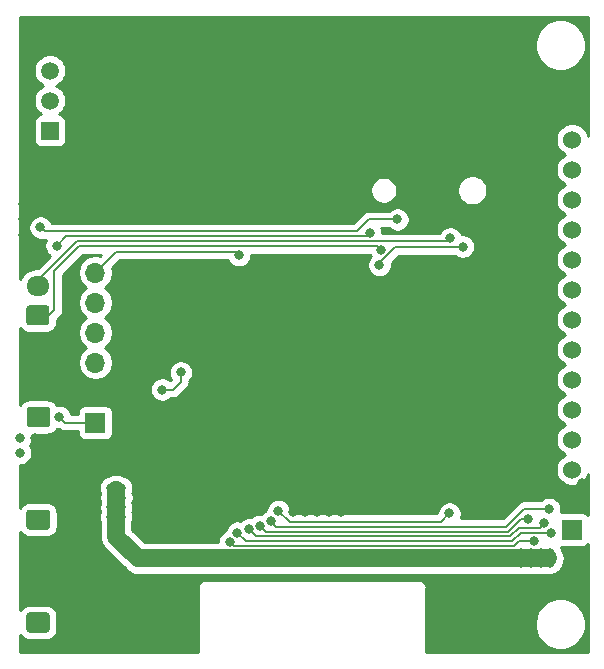
<source format=gbr>
%TF.GenerationSoftware,KiCad,Pcbnew,5.1.6-c6e7f7d~87~ubuntu20.04.1*%
%TF.CreationDate,2021-01-31T19:29:29+07:00*%
%TF.ProjectId,kh-gift-hw,6b682d67-6966-4742-9d68-772e6b696361,rev?*%
%TF.SameCoordinates,Original*%
%TF.FileFunction,Copper,L2,Bot*%
%TF.FilePolarity,Positive*%
%FSLAX46Y46*%
G04 Gerber Fmt 4.6, Leading zero omitted, Abs format (unit mm)*
G04 Created by KiCad (PCBNEW 5.1.6-c6e7f7d~87~ubuntu20.04.1) date 2021-01-31 19:29:29*
%MOMM*%
%LPD*%
G01*
G04 APERTURE LIST*
%TA.AperFunction,ComponentPad*%
%ADD10C,1.524000*%
%TD*%
%TA.AperFunction,ComponentPad*%
%ADD11R,1.700000X1.700000*%
%TD*%
%TA.AperFunction,ComponentPad*%
%ADD12C,1.500000*%
%TD*%
%TA.AperFunction,ComponentPad*%
%ADD13R,1.500000X1.500000*%
%TD*%
%TA.AperFunction,ComponentPad*%
%ADD14C,0.800000*%
%TD*%
%TA.AperFunction,ComponentPad*%
%ADD15O,2.000000X1.700000*%
%TD*%
%TA.AperFunction,ComponentPad*%
%ADD16O,1.950000X1.700000*%
%TD*%
%TA.AperFunction,ComponentPad*%
%ADD17O,1.700000X1.700000*%
%TD*%
%TA.AperFunction,ViaPad*%
%ADD18C,0.800000*%
%TD*%
%TA.AperFunction,Conductor*%
%ADD19C,0.200000*%
%TD*%
%TA.AperFunction,Conductor*%
%ADD20C,1.500000*%
%TD*%
%TA.AperFunction,Conductor*%
%ADD21C,0.254000*%
%TD*%
G04 APERTURE END LIST*
D10*
%TO.P,J4,14*%
%TO.N,N/C*%
X117233900Y-128415680D03*
%TO.P,J4,13*%
X117233900Y-130955680D03*
%TO.P,J4,12*%
X117233900Y-133495680D03*
%TO.P,J4,11*%
X117233900Y-136035680D03*
%TO.P,J4,10*%
X117233900Y-138575680D03*
%TO.P,J4,9*%
%TO.N,LCD_MISO*%
X117233900Y-141115680D03*
%TO.P,J4,8*%
%TO.N,Net-(J3-Pad2)*%
X117233900Y-143655680D03*
%TO.P,J4,7*%
%TO.N,LCD_CLK*%
X117233900Y-146195680D03*
%TO.P,J4,6*%
%TO.N,LCD_MOSI*%
X117233900Y-148735680D03*
%TO.P,J4,5*%
%TO.N,LCD_DC*%
X117233900Y-151275680D03*
%TO.P,J4,4*%
%TO.N,LCD_RST*%
X117233900Y-153815680D03*
%TO.P,J4,3*%
%TO.N,LCD_CS*%
X117233900Y-156355680D03*
%TO.P,J4,2*%
%TO.N,GND*%
X117233900Y-158895680D03*
D11*
%TO.P,J4,1*%
%TO.N,+3V3*%
X117233900Y-161435680D03*
%TD*%
D12*
%TO.P,U3,4*%
%TO.N,GND*%
X73030000Y-120040000D03*
%TO.P,U3,3*%
%TO.N,N/C*%
X73030000Y-122580000D03*
%TO.P,U3,2*%
%TO.N,DHT*%
X73030000Y-125120000D03*
D13*
%TO.P,U3,1*%
%TO.N,+3V3*%
X73030000Y-127660000D03*
%TD*%
D14*
%TO.P,U1,39*%
%TO.N,GND*%
X97637300Y-159912460D03*
X97637300Y-158912460D03*
X97637300Y-157912460D03*
X97637300Y-156912460D03*
X97637300Y-155912460D03*
X96637300Y-155912460D03*
X96637300Y-156912460D03*
X96637300Y-157912460D03*
X96637300Y-158912460D03*
X96637300Y-159912460D03*
X94637300Y-159912460D03*
X94637300Y-158912460D03*
X94637300Y-157912460D03*
X94637300Y-156912460D03*
X94637300Y-155912460D03*
X95637300Y-155912460D03*
X95637300Y-156912460D03*
X95637300Y-157912460D03*
X95637300Y-158912460D03*
X95637300Y-159912460D03*
X93637300Y-155912460D03*
X93637300Y-156912460D03*
X93637300Y-157912460D03*
X93637300Y-158912460D03*
X93637300Y-159912460D03*
%TD*%
D15*
%TO.P,SW2,2*%
%TO.N,GND*%
X72040000Y-158090000D03*
%TO.P,SW2,1*%
%TO.N,FLASH_EN*%
%TA.AperFunction,ComponentPad*%
G36*
G01*
X72790000Y-161440000D02*
X71290000Y-161440000D01*
G75*
G02*
X71040000Y-161190000I0J250000D01*
G01*
X71040000Y-159990000D01*
G75*
G02*
X71290000Y-159740000I250000J0D01*
G01*
X72790000Y-159740000D01*
G75*
G02*
X73040000Y-159990000I0J-250000D01*
G01*
X73040000Y-161190000D01*
G75*
G02*
X72790000Y-161440000I-250000J0D01*
G01*
G37*
%TD.AperFunction*%
%TD*%
%TO.P,SW1,2*%
%TO.N,GND*%
X72050000Y-149400000D03*
%TO.P,SW1,1*%
%TO.N,BUTTON*%
%TA.AperFunction,ComponentPad*%
G36*
G01*
X72800000Y-152750000D02*
X71300000Y-152750000D01*
G75*
G02*
X71050000Y-152500000I0J250000D01*
G01*
X71050000Y-151300000D01*
G75*
G02*
X71300000Y-151050000I250000J0D01*
G01*
X72800000Y-151050000D01*
G75*
G02*
X73050000Y-151300000I0J-250000D01*
G01*
X73050000Y-152500000D01*
G75*
G02*
X72800000Y-152750000I-250000J0D01*
G01*
G37*
%TD.AperFunction*%
%TD*%
D16*
%TO.P,J3,3*%
%TO.N,GND*%
X71998840Y-138296640D03*
%TO.P,J3,2*%
%TO.N,Net-(J3-Pad2)*%
X71998840Y-140796640D03*
%TO.P,J3,1*%
%TO.N,LCD_BCKL*%
%TA.AperFunction,ComponentPad*%
G36*
G01*
X72723840Y-144146640D02*
X71273840Y-144146640D01*
G75*
G02*
X71023840Y-143896640I0J250000D01*
G01*
X71023840Y-142696640D01*
G75*
G02*
X71273840Y-142446640I250000J0D01*
G01*
X72723840Y-142446640D01*
G75*
G02*
X72973840Y-142696640I0J-250000D01*
G01*
X72973840Y-143896640D01*
G75*
G02*
X72723840Y-144146640I-250000J0D01*
G01*
G37*
%TD.AperFunction*%
%TD*%
D17*
%TO.P,J2,6*%
%TO.N,FLASH_EN*%
X76880000Y-139670000D03*
%TO.P,J2,5*%
%TO.N,FLASH_IO0*%
X76880000Y-142210000D03*
%TO.P,J2,4*%
%TO.N,FLASH_U0RX*%
X76880000Y-144750000D03*
%TO.P,J2,3*%
%TO.N,FLASH_U0TX*%
X76880000Y-147290000D03*
%TO.P,J2,2*%
%TO.N,GND*%
X76880000Y-149830000D03*
D11*
%TO.P,J2,1*%
%TO.N,+3V3*%
X76880000Y-152370000D03*
%TD*%
D15*
%TO.P,J1,2*%
%TO.N,GND*%
X72020000Y-166800000D03*
%TO.P,J1,1*%
%TO.N,+5V*%
%TA.AperFunction,ComponentPad*%
G36*
G01*
X72770000Y-170150000D02*
X71270000Y-170150000D01*
G75*
G02*
X71020000Y-169900000I0J250000D01*
G01*
X71020000Y-168700000D01*
G75*
G02*
X71270000Y-168450000I250000J0D01*
G01*
X72770000Y-168450000D01*
G75*
G02*
X73020000Y-168700000I0J-250000D01*
G01*
X73020000Y-169900000D01*
G75*
G02*
X72770000Y-170150000I-250000J0D01*
G01*
G37*
%TD.AperFunction*%
%TD*%
D18*
%TO.N,*%
X70485000Y-153670000D03*
X70487540Y-154945080D03*
%TO.N,GND*%
X73660000Y-167005000D03*
X74930000Y-167005000D03*
X74930000Y-165735000D03*
X73660000Y-165735000D03*
X76200000Y-167005000D03*
X76200000Y-165735000D03*
X76200000Y-164465000D03*
X74930000Y-164465000D03*
X73660000Y-164465000D03*
X76835000Y-160020000D03*
X76835000Y-158750000D03*
X76835000Y-157480000D03*
X75565000Y-157480000D03*
X75565000Y-158750000D03*
X75565000Y-160020000D03*
X74295000Y-160020000D03*
X74295000Y-158750000D03*
X74295000Y-157480000D03*
X85090000Y-166370000D03*
X83820000Y-166370000D03*
X82550000Y-166370000D03*
X82550000Y-167640000D03*
X83820000Y-167640000D03*
X85090000Y-167640000D03*
X85090000Y-168910000D03*
X83820000Y-168910000D03*
X82550000Y-168910000D03*
X81280000Y-154940000D03*
X82232500Y-154945080D03*
X71755000Y-153670000D03*
X78105000Y-149225000D03*
X78105000Y-150495000D03*
X71295260Y-147497800D03*
X72565260Y-147497800D03*
X70764400Y-133883400D03*
X70764400Y-135153400D03*
X74295000Y-119380000D03*
X74295000Y-120650000D03*
X75565000Y-120650000D03*
X75565000Y-119380000D03*
X82550000Y-127635000D03*
X83820000Y-127635000D03*
X94615000Y-131445000D03*
X94615000Y-132715000D03*
X94615000Y-133985000D03*
X107950000Y-168275000D03*
X109220000Y-168275000D03*
X110490000Y-168275000D03*
X107950000Y-169545000D03*
X109220000Y-169545000D03*
X110490000Y-169545000D03*
X107950000Y-170815000D03*
X109220000Y-170815000D03*
X110490000Y-170815000D03*
X118110000Y-157480000D03*
X111760000Y-156210000D03*
X111760000Y-157480000D03*
X111760000Y-158750000D03*
X113665000Y-152400000D03*
X113665000Y-153670000D03*
X106680000Y-146685000D03*
X106680000Y-147955000D03*
X107950000Y-147955000D03*
X109220000Y-147955000D03*
X107315000Y-140335000D03*
X108585000Y-140335000D03*
X70787260Y-136476740D03*
%TO.N,+3V3*%
X79060000Y-157910000D03*
X78220000Y-157910000D03*
X79070000Y-158730000D03*
X78250000Y-158720000D03*
X79050000Y-159530000D03*
X78230000Y-159530000D03*
X79040000Y-160340000D03*
X78220000Y-160340000D03*
X115390000Y-164240000D03*
X115400000Y-163420000D03*
X112950000Y-163440000D03*
X112940000Y-164260000D03*
X113770000Y-163430000D03*
X113760000Y-164250000D03*
X114590000Y-163420000D03*
X114580000Y-164240000D03*
X73810000Y-151880000D03*
%TO.N,BUTTON*%
X100120000Y-136325370D03*
X73602198Y-137412198D03*
%TO.N,FLASH_EN*%
X106850000Y-160060000D03*
X92380000Y-159840000D03*
X89034620Y-138203940D03*
%TO.N,FLASH_IO0*%
X84111256Y-148131258D03*
X82536471Y-149580689D03*
%TO.N,LCD_BCKL*%
X101049138Y-137729278D03*
%TO.N,Net-(J3-Pad2)*%
X106923840Y-136784080D03*
%TO.N,LCD_MISO*%
X107990000Y-137480000D03*
X100929440Y-139031980D03*
%TO.N,LCD_CLK*%
X113480000Y-160559978D03*
X90823689Y-161126540D03*
%TO.N,LCD_MOSI*%
X114010000Y-162410000D03*
X88283165Y-162506340D03*
%TO.N,LCD_DC*%
X114890010Y-160860002D03*
X89866552Y-161416218D03*
%TO.N,LCD_RST*%
X115290021Y-159690000D03*
X91746551Y-160741380D03*
%TO.N,LCD_CS*%
X115452119Y-161687080D03*
X88904955Y-161690727D03*
%TO.N,DHT*%
X72230737Y-135843296D03*
X102450000Y-135170000D03*
%TD*%
D19*
%TO.N,+3V3*%
X74300000Y-152370000D02*
X76880000Y-152370000D01*
X73810000Y-151880000D02*
X74300000Y-152370000D01*
D20*
X78625700Y-162018980D02*
X78625700Y-158107380D01*
X78656180Y-162049460D02*
X78625700Y-162018980D01*
X80470000Y-163880000D02*
X78640000Y-162050000D01*
X115202500Y-163880000D02*
X80470000Y-163880000D01*
X115209320Y-163873180D02*
X115202500Y-163880000D01*
D19*
%TO.N,BUTTON*%
X74399466Y-136614930D02*
X73602198Y-137412198D01*
X100120000Y-136325370D02*
X99830440Y-136614930D01*
X99830440Y-136614930D02*
X74399466Y-136614930D01*
%TO.N,FLASH_EN*%
X106850000Y-160060000D02*
X106110055Y-160799945D01*
X106110055Y-160799945D02*
X93339945Y-160799945D01*
X93339945Y-160799945D02*
X92380000Y-159840000D01*
X88724740Y-137894060D02*
X89034620Y-138203940D01*
X78655940Y-137894060D02*
X88724740Y-137894060D01*
X76880000Y-139670000D02*
X78655940Y-137894060D01*
%TO.N,FLASH_IO0*%
X84111256Y-148918744D02*
X84111256Y-148131258D01*
X83449311Y-149580689D02*
X84111256Y-148918744D01*
X82536471Y-149580689D02*
X83449311Y-149580689D01*
%TO.N,LCD_BCKL*%
X100754549Y-137434689D02*
X101049138Y-137729278D01*
X75521451Y-137434689D02*
X100754549Y-137434689D01*
X73413620Y-139542520D02*
X75521451Y-137434689D01*
X72973840Y-143296640D02*
X73413620Y-142856860D01*
X71998840Y-143296640D02*
X72973840Y-143296640D01*
X73413620Y-142856860D02*
X73413620Y-139542520D01*
%TO.N,Net-(J3-Pad2)*%
X72050000Y-140710000D02*
X72050000Y-140304160D01*
X72050000Y-140304160D02*
X75328780Y-137025380D01*
X75328780Y-137025380D02*
X106682540Y-137025380D01*
X106682540Y-137025380D02*
X106923840Y-136784080D01*
%TO.N,LCD_MISO*%
X100929440Y-138838940D02*
X100929440Y-139031980D01*
X102268020Y-137500360D02*
X100929440Y-138838940D01*
X107990000Y-137480000D02*
X107969640Y-137500360D01*
X107969640Y-137500360D02*
X102268020Y-137500360D01*
%TO.N,LCD_CLK*%
X111845733Y-161599967D02*
X91297116Y-161599967D01*
X91297116Y-161599967D02*
X90823689Y-161126540D01*
X113480000Y-160559978D02*
X112885722Y-160559978D01*
X112885722Y-160559978D02*
X111845733Y-161599967D01*
%TO.N,LCD_MOSI*%
X88606814Y-162829989D02*
X88283165Y-162506340D01*
X112350011Y-162829989D02*
X88606814Y-162829989D01*
X112770000Y-162410000D02*
X112350011Y-162829989D01*
X114010000Y-162410000D02*
X112770000Y-162410000D01*
%TO.N,LCD_DC*%
X90450312Y-161999978D02*
X89866552Y-161416218D01*
X112751399Y-161260001D02*
X112011422Y-161999978D01*
X114490011Y-161260001D02*
X112751399Y-161260001D01*
X112011422Y-161999978D02*
X90450312Y-161999978D01*
X114890010Y-160860002D02*
X114490011Y-161260001D01*
%TO.N,LCD_RST*%
X113190000Y-159690000D02*
X111680044Y-161199956D01*
X92205127Y-161199956D02*
X91746551Y-160741380D01*
X111680044Y-161199956D02*
X92205127Y-161199956D01*
X115290021Y-159690000D02*
X113190000Y-159690000D01*
%TO.N,LCD_CS*%
X89614217Y-162399989D02*
X88904955Y-161690727D01*
X112177111Y-162399989D02*
X89614217Y-162399989D01*
X112890020Y-161687080D02*
X112177111Y-162399989D01*
X115452119Y-161687080D02*
X112890020Y-161687080D01*
%TO.N,DHT*%
X100026380Y-135170000D02*
X102450000Y-135170000D01*
X99006380Y-136190000D02*
X100026380Y-135170000D01*
X72577441Y-136190000D02*
X99006380Y-136190000D01*
X72230737Y-135843296D02*
X72577441Y-136190000D01*
%TD*%
D21*
%TO.N,GND*%
G36*
X118590000Y-128072471D02*
G01*
X118577214Y-128008190D01*
X118471905Y-127753953D01*
X118319020Y-127525145D01*
X118124435Y-127330560D01*
X117895627Y-127177675D01*
X117641390Y-127072366D01*
X117371492Y-127018680D01*
X117096308Y-127018680D01*
X116826410Y-127072366D01*
X116572173Y-127177675D01*
X116343365Y-127330560D01*
X116148780Y-127525145D01*
X115995895Y-127753953D01*
X115890586Y-128008190D01*
X115836900Y-128278088D01*
X115836900Y-128553272D01*
X115890586Y-128823170D01*
X115995895Y-129077407D01*
X116148780Y-129306215D01*
X116343365Y-129500800D01*
X116572173Y-129653685D01*
X116649415Y-129685680D01*
X116572173Y-129717675D01*
X116343365Y-129870560D01*
X116148780Y-130065145D01*
X115995895Y-130293953D01*
X115890586Y-130548190D01*
X115836900Y-130818088D01*
X115836900Y-131093272D01*
X115890586Y-131363170D01*
X115995895Y-131617407D01*
X116148780Y-131846215D01*
X116343365Y-132040800D01*
X116572173Y-132193685D01*
X116649415Y-132225680D01*
X116572173Y-132257675D01*
X116343365Y-132410560D01*
X116148780Y-132605145D01*
X115995895Y-132833953D01*
X115890586Y-133088190D01*
X115836900Y-133358088D01*
X115836900Y-133633272D01*
X115890586Y-133903170D01*
X115995895Y-134157407D01*
X116148780Y-134386215D01*
X116343365Y-134580800D01*
X116572173Y-134733685D01*
X116649415Y-134765680D01*
X116572173Y-134797675D01*
X116343365Y-134950560D01*
X116148780Y-135145145D01*
X115995895Y-135373953D01*
X115890586Y-135628190D01*
X115836900Y-135898088D01*
X115836900Y-136173272D01*
X115890586Y-136443170D01*
X115995895Y-136697407D01*
X116148780Y-136926215D01*
X116343365Y-137120800D01*
X116572173Y-137273685D01*
X116649415Y-137305680D01*
X116572173Y-137337675D01*
X116343365Y-137490560D01*
X116148780Y-137685145D01*
X115995895Y-137913953D01*
X115890586Y-138168190D01*
X115836900Y-138438088D01*
X115836900Y-138713272D01*
X115890586Y-138983170D01*
X115995895Y-139237407D01*
X116148780Y-139466215D01*
X116343365Y-139660800D01*
X116572173Y-139813685D01*
X116649415Y-139845680D01*
X116572173Y-139877675D01*
X116343365Y-140030560D01*
X116148780Y-140225145D01*
X115995895Y-140453953D01*
X115890586Y-140708190D01*
X115836900Y-140978088D01*
X115836900Y-141253272D01*
X115890586Y-141523170D01*
X115995895Y-141777407D01*
X116148780Y-142006215D01*
X116343365Y-142200800D01*
X116572173Y-142353685D01*
X116649415Y-142385680D01*
X116572173Y-142417675D01*
X116343365Y-142570560D01*
X116148780Y-142765145D01*
X115995895Y-142993953D01*
X115890586Y-143248190D01*
X115836900Y-143518088D01*
X115836900Y-143793272D01*
X115890586Y-144063170D01*
X115995895Y-144317407D01*
X116148780Y-144546215D01*
X116343365Y-144740800D01*
X116572173Y-144893685D01*
X116649415Y-144925680D01*
X116572173Y-144957675D01*
X116343365Y-145110560D01*
X116148780Y-145305145D01*
X115995895Y-145533953D01*
X115890586Y-145788190D01*
X115836900Y-146058088D01*
X115836900Y-146333272D01*
X115890586Y-146603170D01*
X115995895Y-146857407D01*
X116148780Y-147086215D01*
X116343365Y-147280800D01*
X116572173Y-147433685D01*
X116649415Y-147465680D01*
X116572173Y-147497675D01*
X116343365Y-147650560D01*
X116148780Y-147845145D01*
X115995895Y-148073953D01*
X115890586Y-148328190D01*
X115836900Y-148598088D01*
X115836900Y-148873272D01*
X115890586Y-149143170D01*
X115995895Y-149397407D01*
X116148780Y-149626215D01*
X116343365Y-149820800D01*
X116572173Y-149973685D01*
X116649415Y-150005680D01*
X116572173Y-150037675D01*
X116343365Y-150190560D01*
X116148780Y-150385145D01*
X115995895Y-150613953D01*
X115890586Y-150868190D01*
X115836900Y-151138088D01*
X115836900Y-151413272D01*
X115890586Y-151683170D01*
X115995895Y-151937407D01*
X116148780Y-152166215D01*
X116343365Y-152360800D01*
X116572173Y-152513685D01*
X116649415Y-152545680D01*
X116572173Y-152577675D01*
X116343365Y-152730560D01*
X116148780Y-152925145D01*
X115995895Y-153153953D01*
X115890586Y-153408190D01*
X115836900Y-153678088D01*
X115836900Y-153953272D01*
X115890586Y-154223170D01*
X115995895Y-154477407D01*
X116148780Y-154706215D01*
X116343365Y-154900800D01*
X116572173Y-155053685D01*
X116649415Y-155085680D01*
X116572173Y-155117675D01*
X116343365Y-155270560D01*
X116148780Y-155465145D01*
X115995895Y-155693953D01*
X115890586Y-155948190D01*
X115836900Y-156218088D01*
X115836900Y-156493272D01*
X115890586Y-156763170D01*
X115995895Y-157017407D01*
X116148780Y-157246215D01*
X116343365Y-157440800D01*
X116572173Y-157593685D01*
X116826410Y-157698994D01*
X117096308Y-157752680D01*
X117371492Y-157752680D01*
X117641390Y-157698994D01*
X117895627Y-157593685D01*
X118124435Y-157440800D01*
X118319020Y-157246215D01*
X118471905Y-157017407D01*
X118577214Y-156763170D01*
X118590001Y-156698887D01*
X118590001Y-160201410D01*
X118535085Y-160134495D01*
X118438394Y-160055143D01*
X118328080Y-159996178D01*
X118208382Y-159959868D01*
X118083900Y-159947608D01*
X116383900Y-159947608D01*
X116292262Y-159956633D01*
X116325021Y-159791939D01*
X116325021Y-159588061D01*
X116285247Y-159388102D01*
X116207226Y-159199744D01*
X116093958Y-159030226D01*
X115949795Y-158886063D01*
X115780277Y-158772795D01*
X115591919Y-158694774D01*
X115391960Y-158655000D01*
X115188082Y-158655000D01*
X114988123Y-158694774D01*
X114799765Y-158772795D01*
X114630247Y-158886063D01*
X114561310Y-158955000D01*
X113226094Y-158955000D01*
X113189999Y-158951445D01*
X113153904Y-158955000D01*
X113153895Y-158955000D01*
X113045915Y-158965635D01*
X112907367Y-159007663D01*
X112779680Y-159075913D01*
X112667762Y-159167762D01*
X112644746Y-159195807D01*
X111375598Y-160464956D01*
X107802538Y-160464956D01*
X107845226Y-160361898D01*
X107885000Y-160161939D01*
X107885000Y-159958061D01*
X107845226Y-159758102D01*
X107767205Y-159569744D01*
X107653937Y-159400226D01*
X107509774Y-159256063D01*
X107340256Y-159142795D01*
X107151898Y-159064774D01*
X106951939Y-159025000D01*
X106748061Y-159025000D01*
X106548102Y-159064774D01*
X106359744Y-159142795D01*
X106190226Y-159256063D01*
X106046063Y-159400226D01*
X105932795Y-159569744D01*
X105854774Y-159758102D01*
X105815000Y-159958061D01*
X105815000Y-160055554D01*
X105805609Y-160064945D01*
X93644392Y-160064945D01*
X93415000Y-159835553D01*
X93415000Y-159738061D01*
X93375226Y-159538102D01*
X93297205Y-159349744D01*
X93183937Y-159180226D01*
X93039774Y-159036063D01*
X92870256Y-158922795D01*
X92681898Y-158844774D01*
X92481939Y-158805000D01*
X92278061Y-158805000D01*
X92078102Y-158844774D01*
X91889744Y-158922795D01*
X91720226Y-159036063D01*
X91576063Y-159180226D01*
X91462795Y-159349744D01*
X91384774Y-159538102D01*
X91345000Y-159738061D01*
X91345000Y-159787432D01*
X91256295Y-159824175D01*
X91086777Y-159937443D01*
X90942614Y-160081606D01*
X90934762Y-160093357D01*
X90925628Y-160091540D01*
X90721750Y-160091540D01*
X90521791Y-160131314D01*
X90333433Y-160209335D01*
X90163915Y-160322603D01*
X90082602Y-160403916D01*
X89968491Y-160381218D01*
X89764613Y-160381218D01*
X89564654Y-160420992D01*
X89376296Y-160499013D01*
X89206778Y-160612281D01*
X89137377Y-160681682D01*
X89006894Y-160655727D01*
X88803016Y-160655727D01*
X88603057Y-160695501D01*
X88414699Y-160773522D01*
X88245181Y-160886790D01*
X88101018Y-161030953D01*
X87987750Y-161200471D01*
X87909729Y-161388829D01*
X87876798Y-161554387D01*
X87792909Y-161589135D01*
X87623391Y-161702403D01*
X87479228Y-161846566D01*
X87365960Y-162016084D01*
X87287939Y-162204442D01*
X87248165Y-162404401D01*
X87248165Y-162495000D01*
X81043686Y-162495000D01*
X80010700Y-161462015D01*
X80010700Y-160701109D01*
X80035226Y-160641898D01*
X80075000Y-160441939D01*
X80075000Y-160238061D01*
X80035226Y-160038102D01*
X80010700Y-159978891D01*
X80010700Y-159915251D01*
X80045226Y-159831898D01*
X80085000Y-159631939D01*
X80085000Y-159428061D01*
X80045226Y-159228102D01*
X80014591Y-159154142D01*
X80065226Y-159031898D01*
X80105000Y-158831939D01*
X80105000Y-158628061D01*
X80065226Y-158428102D01*
X80015448Y-158307929D01*
X80055226Y-158211898D01*
X80095000Y-158011939D01*
X80095000Y-157808061D01*
X80055226Y-157608102D01*
X79977205Y-157419744D01*
X79863937Y-157250226D01*
X79719774Y-157106063D01*
X79550256Y-156992795D01*
X79361898Y-156914774D01*
X79315183Y-156905482D01*
X79158281Y-156821616D01*
X78897207Y-156742420D01*
X78625700Y-156715679D01*
X78354194Y-156742420D01*
X78093120Y-156821616D01*
X77919267Y-156914542D01*
X77918102Y-156914774D01*
X77729744Y-156992795D01*
X77560226Y-157106063D01*
X77416063Y-157250226D01*
X77302795Y-157419744D01*
X77224774Y-157608102D01*
X77185000Y-157808061D01*
X77185000Y-158011939D01*
X77224774Y-158211898D01*
X77240701Y-158250349D01*
X77240701Y-158488853D01*
X77215000Y-158618061D01*
X77215000Y-158821939D01*
X77240701Y-158951147D01*
X77240701Y-159213794D01*
X77234774Y-159228102D01*
X77195000Y-159428061D01*
X77195000Y-159631939D01*
X77234774Y-159831898D01*
X77240701Y-159846206D01*
X77240701Y-159999652D01*
X77224774Y-160038102D01*
X77185000Y-160238061D01*
X77185000Y-160441939D01*
X77224774Y-160641898D01*
X77240700Y-160680347D01*
X77240700Y-161950951D01*
X77234000Y-162018980D01*
X77240700Y-162087009D01*
X77240700Y-162087016D01*
X77252746Y-162209318D01*
X77260740Y-162290487D01*
X77318677Y-162481480D01*
X77339936Y-162551560D01*
X77351243Y-162572715D01*
X77354236Y-162582580D01*
X77482844Y-162823188D01*
X77612548Y-162981233D01*
X79442550Y-164811236D01*
X79485919Y-164864081D01*
X79538764Y-164907450D01*
X79538766Y-164907452D01*
X79696811Y-165037156D01*
X79696812Y-165037157D01*
X79937419Y-165165764D01*
X80198493Y-165244960D01*
X80401963Y-165265000D01*
X80401971Y-165265000D01*
X80470000Y-165271700D01*
X80538029Y-165265000D01*
X112687240Y-165265000D01*
X112838061Y-165295000D01*
X113041939Y-165295000D01*
X113192760Y-165265000D01*
X113557513Y-165265000D01*
X113658061Y-165285000D01*
X113861939Y-165285000D01*
X113962487Y-165265000D01*
X114427787Y-165265000D01*
X114478061Y-165275000D01*
X114681939Y-165275000D01*
X114732213Y-165265000D01*
X115134471Y-165265000D01*
X115202500Y-165271700D01*
X115248630Y-165267157D01*
X115288061Y-165275000D01*
X115491939Y-165275000D01*
X115691898Y-165235226D01*
X115880256Y-165157205D01*
X116049774Y-165043937D01*
X116193937Y-164899774D01*
X116307205Y-164730256D01*
X116316962Y-164706700D01*
X116366476Y-164646367D01*
X116495084Y-164405760D01*
X116574280Y-164144687D01*
X116601020Y-163873180D01*
X116574280Y-163601673D01*
X116495084Y-163340600D01*
X116406529Y-163174925D01*
X116395226Y-163118102D01*
X116317205Y-162929744D01*
X116308221Y-162916299D01*
X116383900Y-162923752D01*
X118083900Y-162923752D01*
X118208382Y-162911492D01*
X118328080Y-162875182D01*
X118438394Y-162816217D01*
X118535085Y-162736865D01*
X118590001Y-162669950D01*
X118590001Y-171760000D01*
X104910000Y-171760000D01*
X104910000Y-169216323D01*
X114060497Y-169216323D01*
X114060497Y-169643677D01*
X114143870Y-170062821D01*
X114307412Y-170457645D01*
X114544837Y-170812977D01*
X114847023Y-171115163D01*
X115202355Y-171352588D01*
X115597179Y-171516130D01*
X116016323Y-171599503D01*
X116443677Y-171599503D01*
X116862821Y-171516130D01*
X117257645Y-171352588D01*
X117612977Y-171115163D01*
X117915163Y-170812977D01*
X118152588Y-170457645D01*
X118316130Y-170062821D01*
X118399503Y-169643677D01*
X118399503Y-169216323D01*
X118316130Y-168797179D01*
X118152588Y-168402355D01*
X117915163Y-168047023D01*
X117612977Y-167744837D01*
X117257645Y-167507412D01*
X116862821Y-167343870D01*
X116443677Y-167260497D01*
X116016323Y-167260497D01*
X115597179Y-167343870D01*
X115202355Y-167507412D01*
X114847023Y-167744837D01*
X114544837Y-168047023D01*
X114307412Y-168402355D01*
X114143870Y-168797179D01*
X114060497Y-169216323D01*
X104910000Y-169216323D01*
X104910000Y-166352419D01*
X104913193Y-166320000D01*
X104900450Y-166190617D01*
X104862710Y-166066207D01*
X104801425Y-165951550D01*
X104718948Y-165851052D01*
X104618450Y-165768575D01*
X104503793Y-165707290D01*
X104379383Y-165669550D01*
X104282419Y-165660000D01*
X104250000Y-165656807D01*
X104217581Y-165660000D01*
X86252419Y-165660000D01*
X86220000Y-165656807D01*
X86187581Y-165660000D01*
X86090617Y-165669550D01*
X85966207Y-165707290D01*
X85851550Y-165768575D01*
X85751052Y-165851052D01*
X85668575Y-165951550D01*
X85607290Y-166066207D01*
X85569550Y-166190617D01*
X85556807Y-166320000D01*
X85560001Y-166352429D01*
X85560000Y-171760000D01*
X70510000Y-171760000D01*
X70510000Y-170352985D01*
X70531595Y-170393386D01*
X70642038Y-170527962D01*
X70776614Y-170638405D01*
X70930150Y-170720472D01*
X71096746Y-170771008D01*
X71270000Y-170788072D01*
X72770000Y-170788072D01*
X72943254Y-170771008D01*
X73109850Y-170720472D01*
X73263386Y-170638405D01*
X73397962Y-170527962D01*
X73508405Y-170393386D01*
X73590472Y-170239850D01*
X73641008Y-170073254D01*
X73658072Y-169900000D01*
X73658072Y-168700000D01*
X73641008Y-168526746D01*
X73590472Y-168360150D01*
X73508405Y-168206614D01*
X73397962Y-168072038D01*
X73263386Y-167961595D01*
X73109850Y-167879528D01*
X72943254Y-167828992D01*
X72770000Y-167811928D01*
X71270000Y-167811928D01*
X71096746Y-167828992D01*
X70930150Y-167879528D01*
X70776614Y-167961595D01*
X70642038Y-168072038D01*
X70531595Y-168206614D01*
X70510000Y-168247015D01*
X70510000Y-161605568D01*
X70551595Y-161683386D01*
X70662038Y-161817962D01*
X70796614Y-161928405D01*
X70950150Y-162010472D01*
X71116746Y-162061008D01*
X71290000Y-162078072D01*
X72790000Y-162078072D01*
X72963254Y-162061008D01*
X73129850Y-162010472D01*
X73283386Y-161928405D01*
X73417962Y-161817962D01*
X73528405Y-161683386D01*
X73610472Y-161529850D01*
X73661008Y-161363254D01*
X73678072Y-161190000D01*
X73678072Y-159990000D01*
X73661008Y-159816746D01*
X73610472Y-159650150D01*
X73528405Y-159496614D01*
X73417962Y-159362038D01*
X73283386Y-159251595D01*
X73129850Y-159169528D01*
X72963254Y-159118992D01*
X72790000Y-159101928D01*
X71290000Y-159101928D01*
X71116746Y-159118992D01*
X70950150Y-159169528D01*
X70796614Y-159251595D01*
X70662038Y-159362038D01*
X70551595Y-159496614D01*
X70510000Y-159574432D01*
X70510000Y-155980080D01*
X70589479Y-155980080D01*
X70789438Y-155940306D01*
X70977796Y-155862285D01*
X71147314Y-155749017D01*
X71291477Y-155604854D01*
X71404745Y-155435336D01*
X71482766Y-155246978D01*
X71522540Y-155047019D01*
X71522540Y-154843141D01*
X71482766Y-154643182D01*
X71404745Y-154454824D01*
X71305063Y-154305639D01*
X71402205Y-154160256D01*
X71480226Y-153971898D01*
X71520000Y-153771939D01*
X71520000Y-153568061D01*
X71484198Y-153388072D01*
X72800000Y-153388072D01*
X72973254Y-153371008D01*
X73139850Y-153320472D01*
X73293386Y-153238405D01*
X73427962Y-153127962D01*
X73538405Y-152993386D01*
X73592581Y-152892030D01*
X73708061Y-152915000D01*
X73805497Y-152915000D01*
X73889680Y-152984087D01*
X74017366Y-153052337D01*
X74155915Y-153094365D01*
X74300000Y-153108556D01*
X74336105Y-153105000D01*
X75391928Y-153105000D01*
X75391928Y-153220000D01*
X75404188Y-153344482D01*
X75440498Y-153464180D01*
X75499463Y-153574494D01*
X75578815Y-153671185D01*
X75675506Y-153750537D01*
X75785820Y-153809502D01*
X75905518Y-153845812D01*
X76030000Y-153858072D01*
X77730000Y-153858072D01*
X77854482Y-153845812D01*
X77974180Y-153809502D01*
X78084494Y-153750537D01*
X78181185Y-153671185D01*
X78260537Y-153574494D01*
X78319502Y-153464180D01*
X78355812Y-153344482D01*
X78368072Y-153220000D01*
X78368072Y-151520000D01*
X78355812Y-151395518D01*
X78319502Y-151275820D01*
X78260537Y-151165506D01*
X78181185Y-151068815D01*
X78084494Y-150989463D01*
X77974180Y-150930498D01*
X77854482Y-150894188D01*
X77730000Y-150881928D01*
X76030000Y-150881928D01*
X75905518Y-150894188D01*
X75785820Y-150930498D01*
X75675506Y-150989463D01*
X75578815Y-151068815D01*
X75499463Y-151165506D01*
X75440498Y-151275820D01*
X75404188Y-151395518D01*
X75391928Y-151520000D01*
X75391928Y-151635000D01*
X74816544Y-151635000D01*
X74805226Y-151578102D01*
X74727205Y-151389744D01*
X74613937Y-151220226D01*
X74469774Y-151076063D01*
X74300256Y-150962795D01*
X74111898Y-150884774D01*
X73911939Y-150845000D01*
X73708061Y-150845000D01*
X73573255Y-150871814D01*
X73538405Y-150806614D01*
X73427962Y-150672038D01*
X73293386Y-150561595D01*
X73139850Y-150479528D01*
X72973254Y-150428992D01*
X72800000Y-150411928D01*
X71300000Y-150411928D01*
X71126746Y-150428992D01*
X70960150Y-150479528D01*
X70806614Y-150561595D01*
X70672038Y-150672038D01*
X70561595Y-150806614D01*
X70510000Y-150903141D01*
X70510000Y-149478750D01*
X81501471Y-149478750D01*
X81501471Y-149682628D01*
X81541245Y-149882587D01*
X81619266Y-150070945D01*
X81732534Y-150240463D01*
X81876697Y-150384626D01*
X82046215Y-150497894D01*
X82234573Y-150575915D01*
X82434532Y-150615689D01*
X82638410Y-150615689D01*
X82838369Y-150575915D01*
X83026727Y-150497894D01*
X83196245Y-150384626D01*
X83265182Y-150315689D01*
X83413206Y-150315689D01*
X83449311Y-150319245D01*
X83485416Y-150315689D01*
X83593396Y-150305054D01*
X83731944Y-150263026D01*
X83859631Y-150194776D01*
X83971549Y-150102927D01*
X83994569Y-150074877D01*
X84605453Y-149463994D01*
X84633493Y-149440982D01*
X84656506Y-149412941D01*
X84656509Y-149412938D01*
X84725343Y-149329064D01*
X84793593Y-149201378D01*
X84835621Y-149062829D01*
X84849812Y-148918744D01*
X84846256Y-148882639D01*
X84846256Y-148859969D01*
X84915193Y-148791032D01*
X85028461Y-148621514D01*
X85106482Y-148433156D01*
X85146256Y-148233197D01*
X85146256Y-148029319D01*
X85106482Y-147829360D01*
X85028461Y-147641002D01*
X84915193Y-147471484D01*
X84771030Y-147327321D01*
X84601512Y-147214053D01*
X84413154Y-147136032D01*
X84213195Y-147096258D01*
X84009317Y-147096258D01*
X83809358Y-147136032D01*
X83621000Y-147214053D01*
X83451482Y-147327321D01*
X83307319Y-147471484D01*
X83194051Y-147641002D01*
X83116030Y-147829360D01*
X83076256Y-148029319D01*
X83076256Y-148233197D01*
X83116030Y-148433156D01*
X83194051Y-148621514D01*
X83264141Y-148726412D01*
X83205023Y-148785530D01*
X83196245Y-148776752D01*
X83026727Y-148663484D01*
X82838369Y-148585463D01*
X82638410Y-148545689D01*
X82434532Y-148545689D01*
X82234573Y-148585463D01*
X82046215Y-148663484D01*
X81876697Y-148776752D01*
X81732534Y-148920915D01*
X81619266Y-149090433D01*
X81541245Y-149278791D01*
X81501471Y-149478750D01*
X70510000Y-149478750D01*
X70510000Y-144342441D01*
X70535435Y-144390026D01*
X70645878Y-144524602D01*
X70780454Y-144635045D01*
X70933990Y-144717112D01*
X71100586Y-144767648D01*
X71273840Y-144784712D01*
X72723840Y-144784712D01*
X72897094Y-144767648D01*
X73063690Y-144717112D01*
X73217226Y-144635045D01*
X73351802Y-144524602D01*
X73462245Y-144390026D01*
X73544312Y-144236490D01*
X73594848Y-144069894D01*
X73611912Y-143896640D01*
X73611912Y-143698014D01*
X73907812Y-143402114D01*
X73935857Y-143379098D01*
X74027707Y-143267180D01*
X74095957Y-143139493D01*
X74137985Y-143000945D01*
X74148620Y-142892965D01*
X74148620Y-142892964D01*
X74152176Y-142856860D01*
X74148620Y-142820755D01*
X74148620Y-139846966D01*
X75825898Y-138169689D01*
X77340864Y-138169689D01*
X77275897Y-138234656D01*
X77026260Y-138185000D01*
X76733740Y-138185000D01*
X76446842Y-138242068D01*
X76176589Y-138354010D01*
X75933368Y-138516525D01*
X75726525Y-138723368D01*
X75564010Y-138966589D01*
X75452068Y-139236842D01*
X75395000Y-139523740D01*
X75395000Y-139816260D01*
X75452068Y-140103158D01*
X75564010Y-140373411D01*
X75726525Y-140616632D01*
X75933368Y-140823475D01*
X76107760Y-140940000D01*
X75933368Y-141056525D01*
X75726525Y-141263368D01*
X75564010Y-141506589D01*
X75452068Y-141776842D01*
X75395000Y-142063740D01*
X75395000Y-142356260D01*
X75452068Y-142643158D01*
X75564010Y-142913411D01*
X75726525Y-143156632D01*
X75933368Y-143363475D01*
X76107760Y-143480000D01*
X75933368Y-143596525D01*
X75726525Y-143803368D01*
X75564010Y-144046589D01*
X75452068Y-144316842D01*
X75395000Y-144603740D01*
X75395000Y-144896260D01*
X75452068Y-145183158D01*
X75564010Y-145453411D01*
X75726525Y-145696632D01*
X75933368Y-145903475D01*
X76107760Y-146020000D01*
X75933368Y-146136525D01*
X75726525Y-146343368D01*
X75564010Y-146586589D01*
X75452068Y-146856842D01*
X75395000Y-147143740D01*
X75395000Y-147436260D01*
X75452068Y-147723158D01*
X75564010Y-147993411D01*
X75726525Y-148236632D01*
X75933368Y-148443475D01*
X76176589Y-148605990D01*
X76446842Y-148717932D01*
X76733740Y-148775000D01*
X77026260Y-148775000D01*
X77313158Y-148717932D01*
X77583411Y-148605990D01*
X77826632Y-148443475D01*
X78033475Y-148236632D01*
X78195990Y-147993411D01*
X78307932Y-147723158D01*
X78365000Y-147436260D01*
X78365000Y-147143740D01*
X78307932Y-146856842D01*
X78195990Y-146586589D01*
X78033475Y-146343368D01*
X77826632Y-146136525D01*
X77652240Y-146020000D01*
X77826632Y-145903475D01*
X78033475Y-145696632D01*
X78195990Y-145453411D01*
X78307932Y-145183158D01*
X78365000Y-144896260D01*
X78365000Y-144603740D01*
X78307932Y-144316842D01*
X78195990Y-144046589D01*
X78033475Y-143803368D01*
X77826632Y-143596525D01*
X77652240Y-143480000D01*
X77826632Y-143363475D01*
X78033475Y-143156632D01*
X78195990Y-142913411D01*
X78307932Y-142643158D01*
X78365000Y-142356260D01*
X78365000Y-142063740D01*
X78307932Y-141776842D01*
X78195990Y-141506589D01*
X78033475Y-141263368D01*
X77826632Y-141056525D01*
X77652240Y-140940000D01*
X77826632Y-140823475D01*
X78033475Y-140616632D01*
X78195990Y-140373411D01*
X78307932Y-140103158D01*
X78365000Y-139816260D01*
X78365000Y-139523740D01*
X78315344Y-139274103D01*
X78960387Y-138629060D01*
X88090435Y-138629060D01*
X88117415Y-138694196D01*
X88230683Y-138863714D01*
X88374846Y-139007877D01*
X88544364Y-139121145D01*
X88732722Y-139199166D01*
X88932681Y-139238940D01*
X89136559Y-139238940D01*
X89336518Y-139199166D01*
X89524876Y-139121145D01*
X89694394Y-139007877D01*
X89838557Y-138863714D01*
X89951825Y-138694196D01*
X90029846Y-138505838D01*
X90069620Y-138305879D01*
X90069620Y-138169689D01*
X100111286Y-138169689D01*
X100131933Y-138219534D01*
X100190509Y-138307200D01*
X100125503Y-138372206D01*
X100012235Y-138541724D01*
X99934214Y-138730082D01*
X99894440Y-138930041D01*
X99894440Y-139133919D01*
X99934214Y-139333878D01*
X100012235Y-139522236D01*
X100125503Y-139691754D01*
X100269666Y-139835917D01*
X100439184Y-139949185D01*
X100627542Y-140027206D01*
X100827501Y-140066980D01*
X101031379Y-140066980D01*
X101231338Y-140027206D01*
X101419696Y-139949185D01*
X101589214Y-139835917D01*
X101733377Y-139691754D01*
X101846645Y-139522236D01*
X101924666Y-139333878D01*
X101964440Y-139133919D01*
X101964440Y-138930041D01*
X101950063Y-138857763D01*
X102572467Y-138235360D01*
X107281649Y-138235360D01*
X107330226Y-138283937D01*
X107499744Y-138397205D01*
X107688102Y-138475226D01*
X107888061Y-138515000D01*
X108091939Y-138515000D01*
X108291898Y-138475226D01*
X108480256Y-138397205D01*
X108649774Y-138283937D01*
X108793937Y-138139774D01*
X108907205Y-137970256D01*
X108985226Y-137781898D01*
X109025000Y-137581939D01*
X109025000Y-137378061D01*
X108985226Y-137178102D01*
X108907205Y-136989744D01*
X108793937Y-136820226D01*
X108649774Y-136676063D01*
X108480256Y-136562795D01*
X108291898Y-136484774D01*
X108091939Y-136445000D01*
X107903665Y-136445000D01*
X107841045Y-136293824D01*
X107727777Y-136124306D01*
X107583614Y-135980143D01*
X107414096Y-135866875D01*
X107225738Y-135788854D01*
X107025779Y-135749080D01*
X106821901Y-135749080D01*
X106621942Y-135788854D01*
X106433584Y-135866875D01*
X106264066Y-135980143D01*
X106119903Y-136124306D01*
X106008936Y-136290380D01*
X101155000Y-136290380D01*
X101155000Y-136223431D01*
X101115226Y-136023472D01*
X101066153Y-135905000D01*
X101721289Y-135905000D01*
X101790226Y-135973937D01*
X101959744Y-136087205D01*
X102148102Y-136165226D01*
X102348061Y-136205000D01*
X102551939Y-136205000D01*
X102751898Y-136165226D01*
X102940256Y-136087205D01*
X103109774Y-135973937D01*
X103253937Y-135829774D01*
X103367205Y-135660256D01*
X103445226Y-135471898D01*
X103485000Y-135271939D01*
X103485000Y-135068061D01*
X103445226Y-134868102D01*
X103367205Y-134679744D01*
X103253937Y-134510226D01*
X103109774Y-134366063D01*
X102940256Y-134252795D01*
X102751898Y-134174774D01*
X102551939Y-134135000D01*
X102348061Y-134135000D01*
X102148102Y-134174774D01*
X101959744Y-134252795D01*
X101790226Y-134366063D01*
X101721289Y-134435000D01*
X100062485Y-134435000D01*
X100026380Y-134431444D01*
X99990275Y-134435000D01*
X99882295Y-134445635D01*
X99743747Y-134487663D01*
X99616060Y-134555913D01*
X99504142Y-134647762D01*
X99481126Y-134675807D01*
X98701934Y-135455000D01*
X73190176Y-135455000D01*
X73147942Y-135353040D01*
X73034674Y-135183522D01*
X72890511Y-135039359D01*
X72720993Y-134926091D01*
X72532635Y-134848070D01*
X72332676Y-134808296D01*
X72128798Y-134808296D01*
X71928839Y-134848070D01*
X71740481Y-134926091D01*
X71570963Y-135039359D01*
X71426800Y-135183522D01*
X71313532Y-135353040D01*
X71235511Y-135541398D01*
X71195737Y-135741357D01*
X71195737Y-135945235D01*
X71235511Y-136145194D01*
X71313532Y-136333552D01*
X71426800Y-136503070D01*
X71570963Y-136647233D01*
X71740481Y-136760501D01*
X71928839Y-136838522D01*
X72128798Y-136878296D01*
X72314452Y-136878296D01*
X72433356Y-136914365D01*
X72541336Y-136925000D01*
X72541345Y-136925000D01*
X72577440Y-136928555D01*
X72613535Y-136925000D01*
X72683726Y-136925000D01*
X72606972Y-137110300D01*
X72567198Y-137310259D01*
X72567198Y-137514137D01*
X72606972Y-137714096D01*
X72684993Y-137902454D01*
X72798261Y-138071972D01*
X72942424Y-138216135D01*
X73036032Y-138278682D01*
X72003074Y-139311640D01*
X71800890Y-139311640D01*
X71582729Y-139333127D01*
X71302806Y-139418041D01*
X71044826Y-139555934D01*
X70818706Y-139741506D01*
X70633134Y-139967626D01*
X70510000Y-140197994D01*
X70510000Y-132588532D01*
X100149720Y-132588532D01*
X100149720Y-132812108D01*
X100193337Y-133031387D01*
X100278896Y-133237944D01*
X100403108Y-133423840D01*
X100561200Y-133581932D01*
X100747096Y-133706144D01*
X100953653Y-133791703D01*
X101172932Y-133835320D01*
X101396508Y-133835320D01*
X101615787Y-133791703D01*
X101822344Y-133706144D01*
X102008240Y-133581932D01*
X102166332Y-133423840D01*
X102290544Y-133237944D01*
X102376103Y-133031387D01*
X102419720Y-132812108D01*
X102419720Y-132588532D01*
X102416782Y-132573759D01*
X107499720Y-132573759D01*
X107499720Y-132826881D01*
X107549101Y-133075141D01*
X107645967Y-133308996D01*
X107786595Y-133519460D01*
X107965580Y-133698445D01*
X108176044Y-133839073D01*
X108409899Y-133935939D01*
X108658159Y-133985320D01*
X108911281Y-133985320D01*
X109159541Y-133935939D01*
X109393396Y-133839073D01*
X109603860Y-133698445D01*
X109782845Y-133519460D01*
X109923473Y-133308996D01*
X110020339Y-133075141D01*
X110069720Y-132826881D01*
X110069720Y-132573759D01*
X110020339Y-132325499D01*
X109923473Y-132091644D01*
X109782845Y-131881180D01*
X109603860Y-131702195D01*
X109393396Y-131561567D01*
X109159541Y-131464701D01*
X108911281Y-131415320D01*
X108658159Y-131415320D01*
X108409899Y-131464701D01*
X108176044Y-131561567D01*
X107965580Y-131702195D01*
X107786595Y-131881180D01*
X107645967Y-132091644D01*
X107549101Y-132325499D01*
X107499720Y-132573759D01*
X102416782Y-132573759D01*
X102376103Y-132369253D01*
X102290544Y-132162696D01*
X102166332Y-131976800D01*
X102008240Y-131818708D01*
X101822344Y-131694496D01*
X101615787Y-131608937D01*
X101396508Y-131565320D01*
X101172932Y-131565320D01*
X100953653Y-131608937D01*
X100747096Y-131694496D01*
X100561200Y-131818708D01*
X100403108Y-131976800D01*
X100278896Y-132162696D01*
X100193337Y-132369253D01*
X100149720Y-132588532D01*
X70510000Y-132588532D01*
X70510000Y-126910000D01*
X71641928Y-126910000D01*
X71641928Y-128410000D01*
X71654188Y-128534482D01*
X71690498Y-128654180D01*
X71749463Y-128764494D01*
X71828815Y-128861185D01*
X71925506Y-128940537D01*
X72035820Y-128999502D01*
X72155518Y-129035812D01*
X72280000Y-129048072D01*
X73780000Y-129048072D01*
X73904482Y-129035812D01*
X74024180Y-128999502D01*
X74134494Y-128940537D01*
X74231185Y-128861185D01*
X74310537Y-128764494D01*
X74369502Y-128654180D01*
X74405812Y-128534482D01*
X74418072Y-128410000D01*
X74418072Y-126910000D01*
X74405812Y-126785518D01*
X74369502Y-126665820D01*
X74310537Y-126555506D01*
X74231185Y-126458815D01*
X74134494Y-126379463D01*
X74024180Y-126320498D01*
X73904482Y-126284188D01*
X73796517Y-126273555D01*
X73912886Y-126195799D01*
X74105799Y-126002886D01*
X74257371Y-125776043D01*
X74361775Y-125523989D01*
X74415000Y-125256411D01*
X74415000Y-124983589D01*
X74361775Y-124716011D01*
X74257371Y-124463957D01*
X74105799Y-124237114D01*
X73912886Y-124044201D01*
X73686043Y-123892629D01*
X73583127Y-123850000D01*
X73686043Y-123807371D01*
X73912886Y-123655799D01*
X74105799Y-123462886D01*
X74257371Y-123236043D01*
X74361775Y-122983989D01*
X74415000Y-122716411D01*
X74415000Y-122443589D01*
X74361775Y-122176011D01*
X74257371Y-121923957D01*
X74105799Y-121697114D01*
X73912886Y-121504201D01*
X73686043Y-121352629D01*
X73433989Y-121248225D01*
X73166411Y-121195000D01*
X72893589Y-121195000D01*
X72626011Y-121248225D01*
X72373957Y-121352629D01*
X72147114Y-121504201D01*
X71954201Y-121697114D01*
X71802629Y-121923957D01*
X71698225Y-122176011D01*
X71645000Y-122443589D01*
X71645000Y-122716411D01*
X71698225Y-122983989D01*
X71802629Y-123236043D01*
X71954201Y-123462886D01*
X72147114Y-123655799D01*
X72373957Y-123807371D01*
X72476873Y-123850000D01*
X72373957Y-123892629D01*
X72147114Y-124044201D01*
X71954201Y-124237114D01*
X71802629Y-124463957D01*
X71698225Y-124716011D01*
X71645000Y-124983589D01*
X71645000Y-125256411D01*
X71698225Y-125523989D01*
X71802629Y-125776043D01*
X71954201Y-126002886D01*
X72147114Y-126195799D01*
X72263483Y-126273555D01*
X72155518Y-126284188D01*
X72035820Y-126320498D01*
X71925506Y-126379463D01*
X71828815Y-126458815D01*
X71749463Y-126555506D01*
X71690498Y-126665820D01*
X71654188Y-126785518D01*
X71641928Y-126910000D01*
X70510000Y-126910000D01*
X70510000Y-120196323D01*
X114070497Y-120196323D01*
X114070497Y-120623677D01*
X114153870Y-121042821D01*
X114317412Y-121437645D01*
X114554837Y-121792977D01*
X114857023Y-122095163D01*
X115212355Y-122332588D01*
X115607179Y-122496130D01*
X116026323Y-122579503D01*
X116453677Y-122579503D01*
X116872821Y-122496130D01*
X117267645Y-122332588D01*
X117622977Y-122095163D01*
X117925163Y-121792977D01*
X118162588Y-121437645D01*
X118326130Y-121042821D01*
X118409503Y-120623677D01*
X118409503Y-120196323D01*
X118326130Y-119777179D01*
X118162588Y-119382355D01*
X117925163Y-119027023D01*
X117622977Y-118724837D01*
X117267645Y-118487412D01*
X116872821Y-118323870D01*
X116453677Y-118240497D01*
X116026323Y-118240497D01*
X115607179Y-118323870D01*
X115212355Y-118487412D01*
X114857023Y-118724837D01*
X114554837Y-119027023D01*
X114317412Y-119382355D01*
X114153870Y-119777179D01*
X114070497Y-120196323D01*
X70510000Y-120196323D01*
X70510000Y-118070000D01*
X118590000Y-118070000D01*
X118590000Y-128072471D01*
G37*
X118590000Y-128072471D02*
X118577214Y-128008190D01*
X118471905Y-127753953D01*
X118319020Y-127525145D01*
X118124435Y-127330560D01*
X117895627Y-127177675D01*
X117641390Y-127072366D01*
X117371492Y-127018680D01*
X117096308Y-127018680D01*
X116826410Y-127072366D01*
X116572173Y-127177675D01*
X116343365Y-127330560D01*
X116148780Y-127525145D01*
X115995895Y-127753953D01*
X115890586Y-128008190D01*
X115836900Y-128278088D01*
X115836900Y-128553272D01*
X115890586Y-128823170D01*
X115995895Y-129077407D01*
X116148780Y-129306215D01*
X116343365Y-129500800D01*
X116572173Y-129653685D01*
X116649415Y-129685680D01*
X116572173Y-129717675D01*
X116343365Y-129870560D01*
X116148780Y-130065145D01*
X115995895Y-130293953D01*
X115890586Y-130548190D01*
X115836900Y-130818088D01*
X115836900Y-131093272D01*
X115890586Y-131363170D01*
X115995895Y-131617407D01*
X116148780Y-131846215D01*
X116343365Y-132040800D01*
X116572173Y-132193685D01*
X116649415Y-132225680D01*
X116572173Y-132257675D01*
X116343365Y-132410560D01*
X116148780Y-132605145D01*
X115995895Y-132833953D01*
X115890586Y-133088190D01*
X115836900Y-133358088D01*
X115836900Y-133633272D01*
X115890586Y-133903170D01*
X115995895Y-134157407D01*
X116148780Y-134386215D01*
X116343365Y-134580800D01*
X116572173Y-134733685D01*
X116649415Y-134765680D01*
X116572173Y-134797675D01*
X116343365Y-134950560D01*
X116148780Y-135145145D01*
X115995895Y-135373953D01*
X115890586Y-135628190D01*
X115836900Y-135898088D01*
X115836900Y-136173272D01*
X115890586Y-136443170D01*
X115995895Y-136697407D01*
X116148780Y-136926215D01*
X116343365Y-137120800D01*
X116572173Y-137273685D01*
X116649415Y-137305680D01*
X116572173Y-137337675D01*
X116343365Y-137490560D01*
X116148780Y-137685145D01*
X115995895Y-137913953D01*
X115890586Y-138168190D01*
X115836900Y-138438088D01*
X115836900Y-138713272D01*
X115890586Y-138983170D01*
X115995895Y-139237407D01*
X116148780Y-139466215D01*
X116343365Y-139660800D01*
X116572173Y-139813685D01*
X116649415Y-139845680D01*
X116572173Y-139877675D01*
X116343365Y-140030560D01*
X116148780Y-140225145D01*
X115995895Y-140453953D01*
X115890586Y-140708190D01*
X115836900Y-140978088D01*
X115836900Y-141253272D01*
X115890586Y-141523170D01*
X115995895Y-141777407D01*
X116148780Y-142006215D01*
X116343365Y-142200800D01*
X116572173Y-142353685D01*
X116649415Y-142385680D01*
X116572173Y-142417675D01*
X116343365Y-142570560D01*
X116148780Y-142765145D01*
X115995895Y-142993953D01*
X115890586Y-143248190D01*
X115836900Y-143518088D01*
X115836900Y-143793272D01*
X115890586Y-144063170D01*
X115995895Y-144317407D01*
X116148780Y-144546215D01*
X116343365Y-144740800D01*
X116572173Y-144893685D01*
X116649415Y-144925680D01*
X116572173Y-144957675D01*
X116343365Y-145110560D01*
X116148780Y-145305145D01*
X115995895Y-145533953D01*
X115890586Y-145788190D01*
X115836900Y-146058088D01*
X115836900Y-146333272D01*
X115890586Y-146603170D01*
X115995895Y-146857407D01*
X116148780Y-147086215D01*
X116343365Y-147280800D01*
X116572173Y-147433685D01*
X116649415Y-147465680D01*
X116572173Y-147497675D01*
X116343365Y-147650560D01*
X116148780Y-147845145D01*
X115995895Y-148073953D01*
X115890586Y-148328190D01*
X115836900Y-148598088D01*
X115836900Y-148873272D01*
X115890586Y-149143170D01*
X115995895Y-149397407D01*
X116148780Y-149626215D01*
X116343365Y-149820800D01*
X116572173Y-149973685D01*
X116649415Y-150005680D01*
X116572173Y-150037675D01*
X116343365Y-150190560D01*
X116148780Y-150385145D01*
X115995895Y-150613953D01*
X115890586Y-150868190D01*
X115836900Y-151138088D01*
X115836900Y-151413272D01*
X115890586Y-151683170D01*
X115995895Y-151937407D01*
X116148780Y-152166215D01*
X116343365Y-152360800D01*
X116572173Y-152513685D01*
X116649415Y-152545680D01*
X116572173Y-152577675D01*
X116343365Y-152730560D01*
X116148780Y-152925145D01*
X115995895Y-153153953D01*
X115890586Y-153408190D01*
X115836900Y-153678088D01*
X115836900Y-153953272D01*
X115890586Y-154223170D01*
X115995895Y-154477407D01*
X116148780Y-154706215D01*
X116343365Y-154900800D01*
X116572173Y-155053685D01*
X116649415Y-155085680D01*
X116572173Y-155117675D01*
X116343365Y-155270560D01*
X116148780Y-155465145D01*
X115995895Y-155693953D01*
X115890586Y-155948190D01*
X115836900Y-156218088D01*
X115836900Y-156493272D01*
X115890586Y-156763170D01*
X115995895Y-157017407D01*
X116148780Y-157246215D01*
X116343365Y-157440800D01*
X116572173Y-157593685D01*
X116826410Y-157698994D01*
X117096308Y-157752680D01*
X117371492Y-157752680D01*
X117641390Y-157698994D01*
X117895627Y-157593685D01*
X118124435Y-157440800D01*
X118319020Y-157246215D01*
X118471905Y-157017407D01*
X118577214Y-156763170D01*
X118590001Y-156698887D01*
X118590001Y-160201410D01*
X118535085Y-160134495D01*
X118438394Y-160055143D01*
X118328080Y-159996178D01*
X118208382Y-159959868D01*
X118083900Y-159947608D01*
X116383900Y-159947608D01*
X116292262Y-159956633D01*
X116325021Y-159791939D01*
X116325021Y-159588061D01*
X116285247Y-159388102D01*
X116207226Y-159199744D01*
X116093958Y-159030226D01*
X115949795Y-158886063D01*
X115780277Y-158772795D01*
X115591919Y-158694774D01*
X115391960Y-158655000D01*
X115188082Y-158655000D01*
X114988123Y-158694774D01*
X114799765Y-158772795D01*
X114630247Y-158886063D01*
X114561310Y-158955000D01*
X113226094Y-158955000D01*
X113189999Y-158951445D01*
X113153904Y-158955000D01*
X113153895Y-158955000D01*
X113045915Y-158965635D01*
X112907367Y-159007663D01*
X112779680Y-159075913D01*
X112667762Y-159167762D01*
X112644746Y-159195807D01*
X111375598Y-160464956D01*
X107802538Y-160464956D01*
X107845226Y-160361898D01*
X107885000Y-160161939D01*
X107885000Y-159958061D01*
X107845226Y-159758102D01*
X107767205Y-159569744D01*
X107653937Y-159400226D01*
X107509774Y-159256063D01*
X107340256Y-159142795D01*
X107151898Y-159064774D01*
X106951939Y-159025000D01*
X106748061Y-159025000D01*
X106548102Y-159064774D01*
X106359744Y-159142795D01*
X106190226Y-159256063D01*
X106046063Y-159400226D01*
X105932795Y-159569744D01*
X105854774Y-159758102D01*
X105815000Y-159958061D01*
X105815000Y-160055554D01*
X105805609Y-160064945D01*
X93644392Y-160064945D01*
X93415000Y-159835553D01*
X93415000Y-159738061D01*
X93375226Y-159538102D01*
X93297205Y-159349744D01*
X93183937Y-159180226D01*
X93039774Y-159036063D01*
X92870256Y-158922795D01*
X92681898Y-158844774D01*
X92481939Y-158805000D01*
X92278061Y-158805000D01*
X92078102Y-158844774D01*
X91889744Y-158922795D01*
X91720226Y-159036063D01*
X91576063Y-159180226D01*
X91462795Y-159349744D01*
X91384774Y-159538102D01*
X91345000Y-159738061D01*
X91345000Y-159787432D01*
X91256295Y-159824175D01*
X91086777Y-159937443D01*
X90942614Y-160081606D01*
X90934762Y-160093357D01*
X90925628Y-160091540D01*
X90721750Y-160091540D01*
X90521791Y-160131314D01*
X90333433Y-160209335D01*
X90163915Y-160322603D01*
X90082602Y-160403916D01*
X89968491Y-160381218D01*
X89764613Y-160381218D01*
X89564654Y-160420992D01*
X89376296Y-160499013D01*
X89206778Y-160612281D01*
X89137377Y-160681682D01*
X89006894Y-160655727D01*
X88803016Y-160655727D01*
X88603057Y-160695501D01*
X88414699Y-160773522D01*
X88245181Y-160886790D01*
X88101018Y-161030953D01*
X87987750Y-161200471D01*
X87909729Y-161388829D01*
X87876798Y-161554387D01*
X87792909Y-161589135D01*
X87623391Y-161702403D01*
X87479228Y-161846566D01*
X87365960Y-162016084D01*
X87287939Y-162204442D01*
X87248165Y-162404401D01*
X87248165Y-162495000D01*
X81043686Y-162495000D01*
X80010700Y-161462015D01*
X80010700Y-160701109D01*
X80035226Y-160641898D01*
X80075000Y-160441939D01*
X80075000Y-160238061D01*
X80035226Y-160038102D01*
X80010700Y-159978891D01*
X80010700Y-159915251D01*
X80045226Y-159831898D01*
X80085000Y-159631939D01*
X80085000Y-159428061D01*
X80045226Y-159228102D01*
X80014591Y-159154142D01*
X80065226Y-159031898D01*
X80105000Y-158831939D01*
X80105000Y-158628061D01*
X80065226Y-158428102D01*
X80015448Y-158307929D01*
X80055226Y-158211898D01*
X80095000Y-158011939D01*
X80095000Y-157808061D01*
X80055226Y-157608102D01*
X79977205Y-157419744D01*
X79863937Y-157250226D01*
X79719774Y-157106063D01*
X79550256Y-156992795D01*
X79361898Y-156914774D01*
X79315183Y-156905482D01*
X79158281Y-156821616D01*
X78897207Y-156742420D01*
X78625700Y-156715679D01*
X78354194Y-156742420D01*
X78093120Y-156821616D01*
X77919267Y-156914542D01*
X77918102Y-156914774D01*
X77729744Y-156992795D01*
X77560226Y-157106063D01*
X77416063Y-157250226D01*
X77302795Y-157419744D01*
X77224774Y-157608102D01*
X77185000Y-157808061D01*
X77185000Y-158011939D01*
X77224774Y-158211898D01*
X77240701Y-158250349D01*
X77240701Y-158488853D01*
X77215000Y-158618061D01*
X77215000Y-158821939D01*
X77240701Y-158951147D01*
X77240701Y-159213794D01*
X77234774Y-159228102D01*
X77195000Y-159428061D01*
X77195000Y-159631939D01*
X77234774Y-159831898D01*
X77240701Y-159846206D01*
X77240701Y-159999652D01*
X77224774Y-160038102D01*
X77185000Y-160238061D01*
X77185000Y-160441939D01*
X77224774Y-160641898D01*
X77240700Y-160680347D01*
X77240700Y-161950951D01*
X77234000Y-162018980D01*
X77240700Y-162087009D01*
X77240700Y-162087016D01*
X77252746Y-162209318D01*
X77260740Y-162290487D01*
X77318677Y-162481480D01*
X77339936Y-162551560D01*
X77351243Y-162572715D01*
X77354236Y-162582580D01*
X77482844Y-162823188D01*
X77612548Y-162981233D01*
X79442550Y-164811236D01*
X79485919Y-164864081D01*
X79538764Y-164907450D01*
X79538766Y-164907452D01*
X79696811Y-165037156D01*
X79696812Y-165037157D01*
X79937419Y-165165764D01*
X80198493Y-165244960D01*
X80401963Y-165265000D01*
X80401971Y-165265000D01*
X80470000Y-165271700D01*
X80538029Y-165265000D01*
X112687240Y-165265000D01*
X112838061Y-165295000D01*
X113041939Y-165295000D01*
X113192760Y-165265000D01*
X113557513Y-165265000D01*
X113658061Y-165285000D01*
X113861939Y-165285000D01*
X113962487Y-165265000D01*
X114427787Y-165265000D01*
X114478061Y-165275000D01*
X114681939Y-165275000D01*
X114732213Y-165265000D01*
X115134471Y-165265000D01*
X115202500Y-165271700D01*
X115248630Y-165267157D01*
X115288061Y-165275000D01*
X115491939Y-165275000D01*
X115691898Y-165235226D01*
X115880256Y-165157205D01*
X116049774Y-165043937D01*
X116193937Y-164899774D01*
X116307205Y-164730256D01*
X116316962Y-164706700D01*
X116366476Y-164646367D01*
X116495084Y-164405760D01*
X116574280Y-164144687D01*
X116601020Y-163873180D01*
X116574280Y-163601673D01*
X116495084Y-163340600D01*
X116406529Y-163174925D01*
X116395226Y-163118102D01*
X116317205Y-162929744D01*
X116308221Y-162916299D01*
X116383900Y-162923752D01*
X118083900Y-162923752D01*
X118208382Y-162911492D01*
X118328080Y-162875182D01*
X118438394Y-162816217D01*
X118535085Y-162736865D01*
X118590001Y-162669950D01*
X118590001Y-171760000D01*
X104910000Y-171760000D01*
X104910000Y-169216323D01*
X114060497Y-169216323D01*
X114060497Y-169643677D01*
X114143870Y-170062821D01*
X114307412Y-170457645D01*
X114544837Y-170812977D01*
X114847023Y-171115163D01*
X115202355Y-171352588D01*
X115597179Y-171516130D01*
X116016323Y-171599503D01*
X116443677Y-171599503D01*
X116862821Y-171516130D01*
X117257645Y-171352588D01*
X117612977Y-171115163D01*
X117915163Y-170812977D01*
X118152588Y-170457645D01*
X118316130Y-170062821D01*
X118399503Y-169643677D01*
X118399503Y-169216323D01*
X118316130Y-168797179D01*
X118152588Y-168402355D01*
X117915163Y-168047023D01*
X117612977Y-167744837D01*
X117257645Y-167507412D01*
X116862821Y-167343870D01*
X116443677Y-167260497D01*
X116016323Y-167260497D01*
X115597179Y-167343870D01*
X115202355Y-167507412D01*
X114847023Y-167744837D01*
X114544837Y-168047023D01*
X114307412Y-168402355D01*
X114143870Y-168797179D01*
X114060497Y-169216323D01*
X104910000Y-169216323D01*
X104910000Y-166352419D01*
X104913193Y-166320000D01*
X104900450Y-166190617D01*
X104862710Y-166066207D01*
X104801425Y-165951550D01*
X104718948Y-165851052D01*
X104618450Y-165768575D01*
X104503793Y-165707290D01*
X104379383Y-165669550D01*
X104282419Y-165660000D01*
X104250000Y-165656807D01*
X104217581Y-165660000D01*
X86252419Y-165660000D01*
X86220000Y-165656807D01*
X86187581Y-165660000D01*
X86090617Y-165669550D01*
X85966207Y-165707290D01*
X85851550Y-165768575D01*
X85751052Y-165851052D01*
X85668575Y-165951550D01*
X85607290Y-166066207D01*
X85569550Y-166190617D01*
X85556807Y-166320000D01*
X85560001Y-166352429D01*
X85560000Y-171760000D01*
X70510000Y-171760000D01*
X70510000Y-170352985D01*
X70531595Y-170393386D01*
X70642038Y-170527962D01*
X70776614Y-170638405D01*
X70930150Y-170720472D01*
X71096746Y-170771008D01*
X71270000Y-170788072D01*
X72770000Y-170788072D01*
X72943254Y-170771008D01*
X73109850Y-170720472D01*
X73263386Y-170638405D01*
X73397962Y-170527962D01*
X73508405Y-170393386D01*
X73590472Y-170239850D01*
X73641008Y-170073254D01*
X73658072Y-169900000D01*
X73658072Y-168700000D01*
X73641008Y-168526746D01*
X73590472Y-168360150D01*
X73508405Y-168206614D01*
X73397962Y-168072038D01*
X73263386Y-167961595D01*
X73109850Y-167879528D01*
X72943254Y-167828992D01*
X72770000Y-167811928D01*
X71270000Y-167811928D01*
X71096746Y-167828992D01*
X70930150Y-167879528D01*
X70776614Y-167961595D01*
X70642038Y-168072038D01*
X70531595Y-168206614D01*
X70510000Y-168247015D01*
X70510000Y-161605568D01*
X70551595Y-161683386D01*
X70662038Y-161817962D01*
X70796614Y-161928405D01*
X70950150Y-162010472D01*
X71116746Y-162061008D01*
X71290000Y-162078072D01*
X72790000Y-162078072D01*
X72963254Y-162061008D01*
X73129850Y-162010472D01*
X73283386Y-161928405D01*
X73417962Y-161817962D01*
X73528405Y-161683386D01*
X73610472Y-161529850D01*
X73661008Y-161363254D01*
X73678072Y-161190000D01*
X73678072Y-159990000D01*
X73661008Y-159816746D01*
X73610472Y-159650150D01*
X73528405Y-159496614D01*
X73417962Y-159362038D01*
X73283386Y-159251595D01*
X73129850Y-159169528D01*
X72963254Y-159118992D01*
X72790000Y-159101928D01*
X71290000Y-159101928D01*
X71116746Y-159118992D01*
X70950150Y-159169528D01*
X70796614Y-159251595D01*
X70662038Y-159362038D01*
X70551595Y-159496614D01*
X70510000Y-159574432D01*
X70510000Y-155980080D01*
X70589479Y-155980080D01*
X70789438Y-155940306D01*
X70977796Y-155862285D01*
X71147314Y-155749017D01*
X71291477Y-155604854D01*
X71404745Y-155435336D01*
X71482766Y-155246978D01*
X71522540Y-155047019D01*
X71522540Y-154843141D01*
X71482766Y-154643182D01*
X71404745Y-154454824D01*
X71305063Y-154305639D01*
X71402205Y-154160256D01*
X71480226Y-153971898D01*
X71520000Y-153771939D01*
X71520000Y-153568061D01*
X71484198Y-153388072D01*
X72800000Y-153388072D01*
X72973254Y-153371008D01*
X73139850Y-153320472D01*
X73293386Y-153238405D01*
X73427962Y-153127962D01*
X73538405Y-152993386D01*
X73592581Y-152892030D01*
X73708061Y-152915000D01*
X73805497Y-152915000D01*
X73889680Y-152984087D01*
X74017366Y-153052337D01*
X74155915Y-153094365D01*
X74300000Y-153108556D01*
X74336105Y-153105000D01*
X75391928Y-153105000D01*
X75391928Y-153220000D01*
X75404188Y-153344482D01*
X75440498Y-153464180D01*
X75499463Y-153574494D01*
X75578815Y-153671185D01*
X75675506Y-153750537D01*
X75785820Y-153809502D01*
X75905518Y-153845812D01*
X76030000Y-153858072D01*
X77730000Y-153858072D01*
X77854482Y-153845812D01*
X77974180Y-153809502D01*
X78084494Y-153750537D01*
X78181185Y-153671185D01*
X78260537Y-153574494D01*
X78319502Y-153464180D01*
X78355812Y-153344482D01*
X78368072Y-153220000D01*
X78368072Y-151520000D01*
X78355812Y-151395518D01*
X78319502Y-151275820D01*
X78260537Y-151165506D01*
X78181185Y-151068815D01*
X78084494Y-150989463D01*
X77974180Y-150930498D01*
X77854482Y-150894188D01*
X77730000Y-150881928D01*
X76030000Y-150881928D01*
X75905518Y-150894188D01*
X75785820Y-150930498D01*
X75675506Y-150989463D01*
X75578815Y-151068815D01*
X75499463Y-151165506D01*
X75440498Y-151275820D01*
X75404188Y-151395518D01*
X75391928Y-151520000D01*
X75391928Y-151635000D01*
X74816544Y-151635000D01*
X74805226Y-151578102D01*
X74727205Y-151389744D01*
X74613937Y-151220226D01*
X74469774Y-151076063D01*
X74300256Y-150962795D01*
X74111898Y-150884774D01*
X73911939Y-150845000D01*
X73708061Y-150845000D01*
X73573255Y-150871814D01*
X73538405Y-150806614D01*
X73427962Y-150672038D01*
X73293386Y-150561595D01*
X73139850Y-150479528D01*
X72973254Y-150428992D01*
X72800000Y-150411928D01*
X71300000Y-150411928D01*
X71126746Y-150428992D01*
X70960150Y-150479528D01*
X70806614Y-150561595D01*
X70672038Y-150672038D01*
X70561595Y-150806614D01*
X70510000Y-150903141D01*
X70510000Y-149478750D01*
X81501471Y-149478750D01*
X81501471Y-149682628D01*
X81541245Y-149882587D01*
X81619266Y-150070945D01*
X81732534Y-150240463D01*
X81876697Y-150384626D01*
X82046215Y-150497894D01*
X82234573Y-150575915D01*
X82434532Y-150615689D01*
X82638410Y-150615689D01*
X82838369Y-150575915D01*
X83026727Y-150497894D01*
X83196245Y-150384626D01*
X83265182Y-150315689D01*
X83413206Y-150315689D01*
X83449311Y-150319245D01*
X83485416Y-150315689D01*
X83593396Y-150305054D01*
X83731944Y-150263026D01*
X83859631Y-150194776D01*
X83971549Y-150102927D01*
X83994569Y-150074877D01*
X84605453Y-149463994D01*
X84633493Y-149440982D01*
X84656506Y-149412941D01*
X84656509Y-149412938D01*
X84725343Y-149329064D01*
X84793593Y-149201378D01*
X84835621Y-149062829D01*
X84849812Y-148918744D01*
X84846256Y-148882639D01*
X84846256Y-148859969D01*
X84915193Y-148791032D01*
X85028461Y-148621514D01*
X85106482Y-148433156D01*
X85146256Y-148233197D01*
X85146256Y-148029319D01*
X85106482Y-147829360D01*
X85028461Y-147641002D01*
X84915193Y-147471484D01*
X84771030Y-147327321D01*
X84601512Y-147214053D01*
X84413154Y-147136032D01*
X84213195Y-147096258D01*
X84009317Y-147096258D01*
X83809358Y-147136032D01*
X83621000Y-147214053D01*
X83451482Y-147327321D01*
X83307319Y-147471484D01*
X83194051Y-147641002D01*
X83116030Y-147829360D01*
X83076256Y-148029319D01*
X83076256Y-148233197D01*
X83116030Y-148433156D01*
X83194051Y-148621514D01*
X83264141Y-148726412D01*
X83205023Y-148785530D01*
X83196245Y-148776752D01*
X83026727Y-148663484D01*
X82838369Y-148585463D01*
X82638410Y-148545689D01*
X82434532Y-148545689D01*
X82234573Y-148585463D01*
X82046215Y-148663484D01*
X81876697Y-148776752D01*
X81732534Y-148920915D01*
X81619266Y-149090433D01*
X81541245Y-149278791D01*
X81501471Y-149478750D01*
X70510000Y-149478750D01*
X70510000Y-144342441D01*
X70535435Y-144390026D01*
X70645878Y-144524602D01*
X70780454Y-144635045D01*
X70933990Y-144717112D01*
X71100586Y-144767648D01*
X71273840Y-144784712D01*
X72723840Y-144784712D01*
X72897094Y-144767648D01*
X73063690Y-144717112D01*
X73217226Y-144635045D01*
X73351802Y-144524602D01*
X73462245Y-144390026D01*
X73544312Y-144236490D01*
X73594848Y-144069894D01*
X73611912Y-143896640D01*
X73611912Y-143698014D01*
X73907812Y-143402114D01*
X73935857Y-143379098D01*
X74027707Y-143267180D01*
X74095957Y-143139493D01*
X74137985Y-143000945D01*
X74148620Y-142892965D01*
X74148620Y-142892964D01*
X74152176Y-142856860D01*
X74148620Y-142820755D01*
X74148620Y-139846966D01*
X75825898Y-138169689D01*
X77340864Y-138169689D01*
X77275897Y-138234656D01*
X77026260Y-138185000D01*
X76733740Y-138185000D01*
X76446842Y-138242068D01*
X76176589Y-138354010D01*
X75933368Y-138516525D01*
X75726525Y-138723368D01*
X75564010Y-138966589D01*
X75452068Y-139236842D01*
X75395000Y-139523740D01*
X75395000Y-139816260D01*
X75452068Y-140103158D01*
X75564010Y-140373411D01*
X75726525Y-140616632D01*
X75933368Y-140823475D01*
X76107760Y-140940000D01*
X75933368Y-141056525D01*
X75726525Y-141263368D01*
X75564010Y-141506589D01*
X75452068Y-141776842D01*
X75395000Y-142063740D01*
X75395000Y-142356260D01*
X75452068Y-142643158D01*
X75564010Y-142913411D01*
X75726525Y-143156632D01*
X75933368Y-143363475D01*
X76107760Y-143480000D01*
X75933368Y-143596525D01*
X75726525Y-143803368D01*
X75564010Y-144046589D01*
X75452068Y-144316842D01*
X75395000Y-144603740D01*
X75395000Y-144896260D01*
X75452068Y-145183158D01*
X75564010Y-145453411D01*
X75726525Y-145696632D01*
X75933368Y-145903475D01*
X76107760Y-146020000D01*
X75933368Y-146136525D01*
X75726525Y-146343368D01*
X75564010Y-146586589D01*
X75452068Y-146856842D01*
X75395000Y-147143740D01*
X75395000Y-147436260D01*
X75452068Y-147723158D01*
X75564010Y-147993411D01*
X75726525Y-148236632D01*
X75933368Y-148443475D01*
X76176589Y-148605990D01*
X76446842Y-148717932D01*
X76733740Y-148775000D01*
X77026260Y-148775000D01*
X77313158Y-148717932D01*
X77583411Y-148605990D01*
X77826632Y-148443475D01*
X78033475Y-148236632D01*
X78195990Y-147993411D01*
X78307932Y-147723158D01*
X78365000Y-147436260D01*
X78365000Y-147143740D01*
X78307932Y-146856842D01*
X78195990Y-146586589D01*
X78033475Y-146343368D01*
X77826632Y-146136525D01*
X77652240Y-146020000D01*
X77826632Y-145903475D01*
X78033475Y-145696632D01*
X78195990Y-145453411D01*
X78307932Y-145183158D01*
X78365000Y-144896260D01*
X78365000Y-144603740D01*
X78307932Y-144316842D01*
X78195990Y-144046589D01*
X78033475Y-143803368D01*
X77826632Y-143596525D01*
X77652240Y-143480000D01*
X77826632Y-143363475D01*
X78033475Y-143156632D01*
X78195990Y-142913411D01*
X78307932Y-142643158D01*
X78365000Y-142356260D01*
X78365000Y-142063740D01*
X78307932Y-141776842D01*
X78195990Y-141506589D01*
X78033475Y-141263368D01*
X77826632Y-141056525D01*
X77652240Y-140940000D01*
X77826632Y-140823475D01*
X78033475Y-140616632D01*
X78195990Y-140373411D01*
X78307932Y-140103158D01*
X78365000Y-139816260D01*
X78365000Y-139523740D01*
X78315344Y-139274103D01*
X78960387Y-138629060D01*
X88090435Y-138629060D01*
X88117415Y-138694196D01*
X88230683Y-138863714D01*
X88374846Y-139007877D01*
X88544364Y-139121145D01*
X88732722Y-139199166D01*
X88932681Y-139238940D01*
X89136559Y-139238940D01*
X89336518Y-139199166D01*
X89524876Y-139121145D01*
X89694394Y-139007877D01*
X89838557Y-138863714D01*
X89951825Y-138694196D01*
X90029846Y-138505838D01*
X90069620Y-138305879D01*
X90069620Y-138169689D01*
X100111286Y-138169689D01*
X100131933Y-138219534D01*
X100190509Y-138307200D01*
X100125503Y-138372206D01*
X100012235Y-138541724D01*
X99934214Y-138730082D01*
X99894440Y-138930041D01*
X99894440Y-139133919D01*
X99934214Y-139333878D01*
X100012235Y-139522236D01*
X100125503Y-139691754D01*
X100269666Y-139835917D01*
X100439184Y-139949185D01*
X100627542Y-140027206D01*
X100827501Y-140066980D01*
X101031379Y-140066980D01*
X101231338Y-140027206D01*
X101419696Y-139949185D01*
X101589214Y-139835917D01*
X101733377Y-139691754D01*
X101846645Y-139522236D01*
X101924666Y-139333878D01*
X101964440Y-139133919D01*
X101964440Y-138930041D01*
X101950063Y-138857763D01*
X102572467Y-138235360D01*
X107281649Y-138235360D01*
X107330226Y-138283937D01*
X107499744Y-138397205D01*
X107688102Y-138475226D01*
X107888061Y-138515000D01*
X108091939Y-138515000D01*
X108291898Y-138475226D01*
X108480256Y-138397205D01*
X108649774Y-138283937D01*
X108793937Y-138139774D01*
X108907205Y-137970256D01*
X108985226Y-137781898D01*
X109025000Y-137581939D01*
X109025000Y-137378061D01*
X108985226Y-137178102D01*
X108907205Y-136989744D01*
X108793937Y-136820226D01*
X108649774Y-136676063D01*
X108480256Y-136562795D01*
X108291898Y-136484774D01*
X108091939Y-136445000D01*
X107903665Y-136445000D01*
X107841045Y-136293824D01*
X107727777Y-136124306D01*
X107583614Y-135980143D01*
X107414096Y-135866875D01*
X107225738Y-135788854D01*
X107025779Y-135749080D01*
X106821901Y-135749080D01*
X106621942Y-135788854D01*
X106433584Y-135866875D01*
X106264066Y-135980143D01*
X106119903Y-136124306D01*
X106008936Y-136290380D01*
X101155000Y-136290380D01*
X101155000Y-136223431D01*
X101115226Y-136023472D01*
X101066153Y-135905000D01*
X101721289Y-135905000D01*
X101790226Y-135973937D01*
X101959744Y-136087205D01*
X102148102Y-136165226D01*
X102348061Y-136205000D01*
X102551939Y-136205000D01*
X102751898Y-136165226D01*
X102940256Y-136087205D01*
X103109774Y-135973937D01*
X103253937Y-135829774D01*
X103367205Y-135660256D01*
X103445226Y-135471898D01*
X103485000Y-135271939D01*
X103485000Y-135068061D01*
X103445226Y-134868102D01*
X103367205Y-134679744D01*
X103253937Y-134510226D01*
X103109774Y-134366063D01*
X102940256Y-134252795D01*
X102751898Y-134174774D01*
X102551939Y-134135000D01*
X102348061Y-134135000D01*
X102148102Y-134174774D01*
X101959744Y-134252795D01*
X101790226Y-134366063D01*
X101721289Y-134435000D01*
X100062485Y-134435000D01*
X100026380Y-134431444D01*
X99990275Y-134435000D01*
X99882295Y-134445635D01*
X99743747Y-134487663D01*
X99616060Y-134555913D01*
X99504142Y-134647762D01*
X99481126Y-134675807D01*
X98701934Y-135455000D01*
X73190176Y-135455000D01*
X73147942Y-135353040D01*
X73034674Y-135183522D01*
X72890511Y-135039359D01*
X72720993Y-134926091D01*
X72532635Y-134848070D01*
X72332676Y-134808296D01*
X72128798Y-134808296D01*
X71928839Y-134848070D01*
X71740481Y-134926091D01*
X71570963Y-135039359D01*
X71426800Y-135183522D01*
X71313532Y-135353040D01*
X71235511Y-135541398D01*
X71195737Y-135741357D01*
X71195737Y-135945235D01*
X71235511Y-136145194D01*
X71313532Y-136333552D01*
X71426800Y-136503070D01*
X71570963Y-136647233D01*
X71740481Y-136760501D01*
X71928839Y-136838522D01*
X72128798Y-136878296D01*
X72314452Y-136878296D01*
X72433356Y-136914365D01*
X72541336Y-136925000D01*
X72541345Y-136925000D01*
X72577440Y-136928555D01*
X72613535Y-136925000D01*
X72683726Y-136925000D01*
X72606972Y-137110300D01*
X72567198Y-137310259D01*
X72567198Y-137514137D01*
X72606972Y-137714096D01*
X72684993Y-137902454D01*
X72798261Y-138071972D01*
X72942424Y-138216135D01*
X73036032Y-138278682D01*
X72003074Y-139311640D01*
X71800890Y-139311640D01*
X71582729Y-139333127D01*
X71302806Y-139418041D01*
X71044826Y-139555934D01*
X70818706Y-139741506D01*
X70633134Y-139967626D01*
X70510000Y-140197994D01*
X70510000Y-132588532D01*
X100149720Y-132588532D01*
X100149720Y-132812108D01*
X100193337Y-133031387D01*
X100278896Y-133237944D01*
X100403108Y-133423840D01*
X100561200Y-133581932D01*
X100747096Y-133706144D01*
X100953653Y-133791703D01*
X101172932Y-133835320D01*
X101396508Y-133835320D01*
X101615787Y-133791703D01*
X101822344Y-133706144D01*
X102008240Y-133581932D01*
X102166332Y-133423840D01*
X102290544Y-133237944D01*
X102376103Y-133031387D01*
X102419720Y-132812108D01*
X102419720Y-132588532D01*
X102416782Y-132573759D01*
X107499720Y-132573759D01*
X107499720Y-132826881D01*
X107549101Y-133075141D01*
X107645967Y-133308996D01*
X107786595Y-133519460D01*
X107965580Y-133698445D01*
X108176044Y-133839073D01*
X108409899Y-133935939D01*
X108658159Y-133985320D01*
X108911281Y-133985320D01*
X109159541Y-133935939D01*
X109393396Y-133839073D01*
X109603860Y-133698445D01*
X109782845Y-133519460D01*
X109923473Y-133308996D01*
X110020339Y-133075141D01*
X110069720Y-132826881D01*
X110069720Y-132573759D01*
X110020339Y-132325499D01*
X109923473Y-132091644D01*
X109782845Y-131881180D01*
X109603860Y-131702195D01*
X109393396Y-131561567D01*
X109159541Y-131464701D01*
X108911281Y-131415320D01*
X108658159Y-131415320D01*
X108409899Y-131464701D01*
X108176044Y-131561567D01*
X107965580Y-131702195D01*
X107786595Y-131881180D01*
X107645967Y-132091644D01*
X107549101Y-132325499D01*
X107499720Y-132573759D01*
X102416782Y-132573759D01*
X102376103Y-132369253D01*
X102290544Y-132162696D01*
X102166332Y-131976800D01*
X102008240Y-131818708D01*
X101822344Y-131694496D01*
X101615787Y-131608937D01*
X101396508Y-131565320D01*
X101172932Y-131565320D01*
X100953653Y-131608937D01*
X100747096Y-131694496D01*
X100561200Y-131818708D01*
X100403108Y-131976800D01*
X100278896Y-132162696D01*
X100193337Y-132369253D01*
X100149720Y-132588532D01*
X70510000Y-132588532D01*
X70510000Y-126910000D01*
X71641928Y-126910000D01*
X71641928Y-128410000D01*
X71654188Y-128534482D01*
X71690498Y-128654180D01*
X71749463Y-128764494D01*
X71828815Y-128861185D01*
X71925506Y-128940537D01*
X72035820Y-128999502D01*
X72155518Y-129035812D01*
X72280000Y-129048072D01*
X73780000Y-129048072D01*
X73904482Y-129035812D01*
X74024180Y-128999502D01*
X74134494Y-128940537D01*
X74231185Y-128861185D01*
X74310537Y-128764494D01*
X74369502Y-128654180D01*
X74405812Y-128534482D01*
X74418072Y-128410000D01*
X74418072Y-126910000D01*
X74405812Y-126785518D01*
X74369502Y-126665820D01*
X74310537Y-126555506D01*
X74231185Y-126458815D01*
X74134494Y-126379463D01*
X74024180Y-126320498D01*
X73904482Y-126284188D01*
X73796517Y-126273555D01*
X73912886Y-126195799D01*
X74105799Y-126002886D01*
X74257371Y-125776043D01*
X74361775Y-125523989D01*
X74415000Y-125256411D01*
X74415000Y-124983589D01*
X74361775Y-124716011D01*
X74257371Y-124463957D01*
X74105799Y-124237114D01*
X73912886Y-124044201D01*
X73686043Y-123892629D01*
X73583127Y-123850000D01*
X73686043Y-123807371D01*
X73912886Y-123655799D01*
X74105799Y-123462886D01*
X74257371Y-123236043D01*
X74361775Y-122983989D01*
X74415000Y-122716411D01*
X74415000Y-122443589D01*
X74361775Y-122176011D01*
X74257371Y-121923957D01*
X74105799Y-121697114D01*
X73912886Y-121504201D01*
X73686043Y-121352629D01*
X73433989Y-121248225D01*
X73166411Y-121195000D01*
X72893589Y-121195000D01*
X72626011Y-121248225D01*
X72373957Y-121352629D01*
X72147114Y-121504201D01*
X71954201Y-121697114D01*
X71802629Y-121923957D01*
X71698225Y-122176011D01*
X71645000Y-122443589D01*
X71645000Y-122716411D01*
X71698225Y-122983989D01*
X71802629Y-123236043D01*
X71954201Y-123462886D01*
X72147114Y-123655799D01*
X72373957Y-123807371D01*
X72476873Y-123850000D01*
X72373957Y-123892629D01*
X72147114Y-124044201D01*
X71954201Y-124237114D01*
X71802629Y-124463957D01*
X71698225Y-124716011D01*
X71645000Y-124983589D01*
X71645000Y-125256411D01*
X71698225Y-125523989D01*
X71802629Y-125776043D01*
X71954201Y-126002886D01*
X72147114Y-126195799D01*
X72263483Y-126273555D01*
X72155518Y-126284188D01*
X72035820Y-126320498D01*
X71925506Y-126379463D01*
X71828815Y-126458815D01*
X71749463Y-126555506D01*
X71690498Y-126665820D01*
X71654188Y-126785518D01*
X71641928Y-126910000D01*
X70510000Y-126910000D01*
X70510000Y-120196323D01*
X114070497Y-120196323D01*
X114070497Y-120623677D01*
X114153870Y-121042821D01*
X114317412Y-121437645D01*
X114554837Y-121792977D01*
X114857023Y-122095163D01*
X115212355Y-122332588D01*
X115607179Y-122496130D01*
X116026323Y-122579503D01*
X116453677Y-122579503D01*
X116872821Y-122496130D01*
X117267645Y-122332588D01*
X117622977Y-122095163D01*
X117925163Y-121792977D01*
X118162588Y-121437645D01*
X118326130Y-121042821D01*
X118409503Y-120623677D01*
X118409503Y-120196323D01*
X118326130Y-119777179D01*
X118162588Y-119382355D01*
X117925163Y-119027023D01*
X117622977Y-118724837D01*
X117267645Y-118487412D01*
X116872821Y-118323870D01*
X116453677Y-118240497D01*
X116026323Y-118240497D01*
X115607179Y-118323870D01*
X115212355Y-118487412D01*
X114857023Y-118724837D01*
X114554837Y-119027023D01*
X114317412Y-119382355D01*
X114153870Y-119777179D01*
X114070497Y-120196323D01*
X70510000Y-120196323D01*
X70510000Y-118070000D01*
X118590000Y-118070000D01*
X118590000Y-128072471D01*
%TD*%
M02*

</source>
